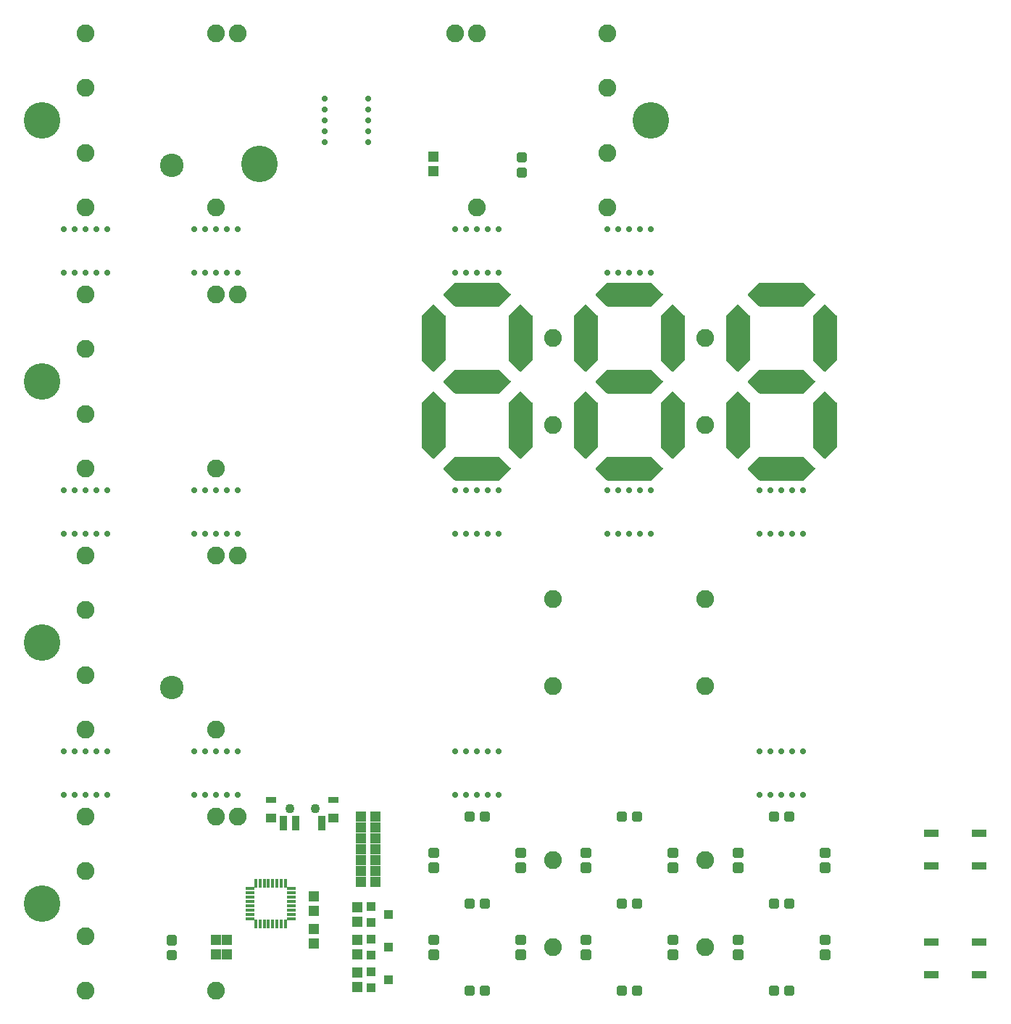
<source format=gts>
G04 EAGLE Gerber RS-274X export*
G75*
%MOMM*%
%FSLAX34Y34*%
%LPD*%
%INSoldermask Top*%
%IPPOS*%
%AMOC8*
5,1,8,0,0,1.08239X$1,22.5*%
G01*
%ADD10C,4.267200*%
%ADD11C,2.743200*%
%ADD12C,0.711200*%
%ADD13R,1.727200X0.965200*%
%ADD14R,0.903200X1.703200*%
%ADD15R,1.203200X0.803200*%
%ADD16R,1.203200X1.003200*%
%ADD17C,1.103200*%
%ADD18C,0.505344*%
%ADD19R,1.103200X1.003200*%
%ADD20R,1.303200X1.203200*%
%ADD21R,1.203200X1.303200*%
%ADD22R,1.117600X0.457200*%
%ADD23R,0.457200X1.117600*%
%ADD24C,2.082800*%

G36*
X508078Y621043D02*
X508078Y621043D01*
X508197Y621046D01*
X508236Y621057D01*
X508276Y621061D01*
X508389Y621102D01*
X508503Y621135D01*
X508538Y621155D01*
X508576Y621169D01*
X508674Y621236D01*
X508777Y621296D01*
X508822Y621336D01*
X508839Y621347D01*
X508852Y621363D01*
X508898Y621403D01*
X521598Y634103D01*
X521658Y634181D01*
X521726Y634253D01*
X521748Y634293D01*
X521764Y634312D01*
X521770Y634325D01*
X521792Y634354D01*
X521832Y634445D01*
X521880Y634531D01*
X521895Y634589D01*
X521899Y634600D01*
X521900Y634602D01*
X521919Y634646D01*
X521934Y634744D01*
X521959Y634839D01*
X521965Y634939D01*
X521969Y634960D01*
X521967Y634972D01*
X521969Y635000D01*
X521969Y685800D01*
X521957Y685898D01*
X521954Y685997D01*
X521937Y686055D01*
X521929Y686116D01*
X521893Y686208D01*
X521865Y686303D01*
X521835Y686355D01*
X521812Y686411D01*
X521754Y686491D01*
X521704Y686577D01*
X521638Y686652D01*
X521626Y686669D01*
X521616Y686676D01*
X521598Y686698D01*
X508898Y699398D01*
X508803Y699471D01*
X508792Y699481D01*
X508790Y699482D01*
X508714Y699549D01*
X508678Y699568D01*
X508646Y699592D01*
X508537Y699640D01*
X508431Y699694D01*
X508392Y699703D01*
X508354Y699719D01*
X508237Y699737D01*
X508121Y699764D01*
X508080Y699762D01*
X508040Y699769D01*
X507922Y699757D01*
X507803Y699754D01*
X507764Y699743D01*
X507724Y699739D01*
X507611Y699699D01*
X507497Y699665D01*
X507463Y699645D01*
X507424Y699631D01*
X507326Y699564D01*
X507223Y699504D01*
X507178Y699464D01*
X507161Y699453D01*
X507148Y699437D01*
X507103Y699398D01*
X494403Y686698D01*
X494342Y686619D01*
X494274Y686547D01*
X494245Y686494D01*
X494208Y686446D01*
X494168Y686355D01*
X494120Y686269D01*
X494105Y686210D01*
X494081Y686154D01*
X494066Y686056D01*
X494041Y685961D01*
X494035Y685861D01*
X494031Y685840D01*
X494033Y685828D01*
X494031Y685800D01*
X494031Y635000D01*
X494043Y634902D01*
X494046Y634803D01*
X494063Y634745D01*
X494071Y634684D01*
X494107Y634592D01*
X494135Y634497D01*
X494156Y634461D01*
X494159Y634453D01*
X494168Y634438D01*
X494188Y634389D01*
X494246Y634309D01*
X494296Y634223D01*
X494325Y634191D01*
X494329Y634184D01*
X494338Y634175D01*
X494362Y634148D01*
X494374Y634131D01*
X494384Y634124D01*
X494403Y634103D01*
X507103Y621403D01*
X507197Y621329D01*
X507286Y621251D01*
X507322Y621232D01*
X507354Y621208D01*
X507463Y621160D01*
X507569Y621106D01*
X507608Y621097D01*
X507646Y621081D01*
X507763Y621063D01*
X507879Y621037D01*
X507920Y621038D01*
X507960Y621031D01*
X508078Y621043D01*
G37*
G36*
X609678Y621043D02*
X609678Y621043D01*
X609797Y621046D01*
X609836Y621057D01*
X609876Y621061D01*
X609989Y621102D01*
X610103Y621135D01*
X610138Y621155D01*
X610176Y621169D01*
X610274Y621236D01*
X610377Y621296D01*
X610422Y621336D01*
X610439Y621347D01*
X610452Y621363D01*
X610498Y621403D01*
X623198Y634103D01*
X623258Y634181D01*
X623326Y634253D01*
X623348Y634293D01*
X623364Y634312D01*
X623370Y634325D01*
X623392Y634354D01*
X623432Y634445D01*
X623480Y634531D01*
X623495Y634589D01*
X623499Y634600D01*
X623500Y634602D01*
X623519Y634646D01*
X623534Y634744D01*
X623559Y634839D01*
X623565Y634939D01*
X623569Y634960D01*
X623567Y634972D01*
X623569Y635000D01*
X623569Y685800D01*
X623557Y685898D01*
X623554Y685997D01*
X623537Y686055D01*
X623529Y686116D01*
X623493Y686208D01*
X623465Y686303D01*
X623435Y686355D01*
X623412Y686411D01*
X623354Y686491D01*
X623304Y686577D01*
X623238Y686652D01*
X623226Y686669D01*
X623216Y686676D01*
X623198Y686698D01*
X610498Y699398D01*
X610403Y699471D01*
X610392Y699481D01*
X610390Y699482D01*
X610314Y699549D01*
X610278Y699568D01*
X610246Y699592D01*
X610137Y699640D01*
X610031Y699694D01*
X609992Y699703D01*
X609954Y699719D01*
X609837Y699737D01*
X609721Y699764D01*
X609680Y699762D01*
X609640Y699769D01*
X609522Y699757D01*
X609403Y699754D01*
X609364Y699743D01*
X609324Y699739D01*
X609211Y699699D01*
X609097Y699665D01*
X609063Y699645D01*
X609024Y699631D01*
X608926Y699564D01*
X608823Y699504D01*
X608778Y699464D01*
X608761Y699453D01*
X608748Y699437D01*
X608703Y699398D01*
X596003Y686698D01*
X595942Y686619D01*
X595874Y686547D01*
X595845Y686494D01*
X595808Y686446D01*
X595768Y686355D01*
X595720Y686269D01*
X595705Y686210D01*
X595681Y686154D01*
X595666Y686056D01*
X595641Y685961D01*
X595635Y685861D01*
X595631Y685840D01*
X595633Y685828D01*
X595631Y685800D01*
X595631Y635000D01*
X595643Y634902D01*
X595646Y634803D01*
X595663Y634745D01*
X595671Y634684D01*
X595707Y634592D01*
X595735Y634497D01*
X595756Y634461D01*
X595759Y634453D01*
X595768Y634438D01*
X595788Y634389D01*
X595846Y634309D01*
X595896Y634223D01*
X595925Y634191D01*
X595929Y634184D01*
X595938Y634175D01*
X595962Y634148D01*
X595974Y634131D01*
X595984Y634124D01*
X596003Y634103D01*
X608703Y621403D01*
X608797Y621329D01*
X608886Y621251D01*
X608922Y621232D01*
X608954Y621208D01*
X609063Y621160D01*
X609169Y621106D01*
X609208Y621097D01*
X609246Y621081D01*
X609363Y621063D01*
X609479Y621037D01*
X609520Y621038D01*
X609560Y621031D01*
X609678Y621043D01*
G37*
G36*
X254078Y621043D02*
X254078Y621043D01*
X254197Y621046D01*
X254236Y621057D01*
X254276Y621061D01*
X254389Y621102D01*
X254503Y621135D01*
X254538Y621155D01*
X254576Y621169D01*
X254674Y621236D01*
X254777Y621296D01*
X254822Y621336D01*
X254839Y621347D01*
X254852Y621363D01*
X254898Y621403D01*
X267598Y634103D01*
X267658Y634181D01*
X267726Y634253D01*
X267748Y634293D01*
X267764Y634312D01*
X267770Y634325D01*
X267792Y634354D01*
X267832Y634445D01*
X267880Y634531D01*
X267895Y634589D01*
X267899Y634600D01*
X267900Y634602D01*
X267919Y634646D01*
X267934Y634744D01*
X267959Y634839D01*
X267965Y634939D01*
X267969Y634960D01*
X267967Y634972D01*
X267969Y635000D01*
X267969Y685800D01*
X267957Y685898D01*
X267954Y685997D01*
X267937Y686055D01*
X267929Y686116D01*
X267893Y686208D01*
X267865Y686303D01*
X267835Y686355D01*
X267812Y686411D01*
X267754Y686491D01*
X267704Y686577D01*
X267638Y686652D01*
X267626Y686669D01*
X267616Y686676D01*
X267598Y686698D01*
X254898Y699398D01*
X254803Y699471D01*
X254792Y699481D01*
X254790Y699482D01*
X254714Y699549D01*
X254678Y699568D01*
X254646Y699592D01*
X254537Y699640D01*
X254431Y699694D01*
X254392Y699703D01*
X254354Y699719D01*
X254237Y699737D01*
X254121Y699764D01*
X254080Y699762D01*
X254040Y699769D01*
X253922Y699757D01*
X253803Y699754D01*
X253764Y699743D01*
X253724Y699739D01*
X253611Y699699D01*
X253497Y699665D01*
X253463Y699645D01*
X253424Y699631D01*
X253326Y699564D01*
X253223Y699504D01*
X253178Y699464D01*
X253161Y699453D01*
X253148Y699437D01*
X253103Y699398D01*
X240403Y686698D01*
X240342Y686619D01*
X240274Y686547D01*
X240245Y686494D01*
X240208Y686446D01*
X240168Y686355D01*
X240120Y686269D01*
X240105Y686210D01*
X240081Y686154D01*
X240066Y686056D01*
X240041Y685961D01*
X240035Y685861D01*
X240031Y685840D01*
X240033Y685828D01*
X240031Y685800D01*
X240031Y635000D01*
X240043Y634902D01*
X240046Y634803D01*
X240063Y634745D01*
X240071Y634684D01*
X240107Y634592D01*
X240135Y634497D01*
X240156Y634461D01*
X240159Y634453D01*
X240168Y634438D01*
X240188Y634389D01*
X240246Y634309D01*
X240296Y634223D01*
X240325Y634191D01*
X240329Y634184D01*
X240338Y634175D01*
X240362Y634148D01*
X240374Y634131D01*
X240384Y634124D01*
X240403Y634103D01*
X253103Y621403D01*
X253197Y621329D01*
X253286Y621251D01*
X253322Y621232D01*
X253354Y621208D01*
X253463Y621160D01*
X253569Y621106D01*
X253608Y621097D01*
X253646Y621081D01*
X253763Y621063D01*
X253879Y621037D01*
X253920Y621038D01*
X253960Y621031D01*
X254078Y621043D01*
G37*
G36*
X431878Y621043D02*
X431878Y621043D01*
X431997Y621046D01*
X432036Y621057D01*
X432076Y621061D01*
X432189Y621102D01*
X432303Y621135D01*
X432338Y621155D01*
X432376Y621169D01*
X432474Y621236D01*
X432577Y621296D01*
X432622Y621336D01*
X432639Y621347D01*
X432652Y621363D01*
X432698Y621403D01*
X445398Y634103D01*
X445458Y634181D01*
X445526Y634253D01*
X445548Y634293D01*
X445564Y634312D01*
X445570Y634325D01*
X445592Y634354D01*
X445632Y634445D01*
X445680Y634531D01*
X445695Y634589D01*
X445699Y634600D01*
X445700Y634602D01*
X445719Y634646D01*
X445734Y634744D01*
X445759Y634839D01*
X445765Y634939D01*
X445769Y634960D01*
X445767Y634972D01*
X445769Y635000D01*
X445769Y685800D01*
X445757Y685898D01*
X445754Y685997D01*
X445737Y686055D01*
X445729Y686116D01*
X445693Y686208D01*
X445665Y686303D01*
X445635Y686355D01*
X445612Y686411D01*
X445554Y686491D01*
X445504Y686577D01*
X445438Y686652D01*
X445426Y686669D01*
X445416Y686676D01*
X445398Y686698D01*
X432698Y699398D01*
X432603Y699471D01*
X432592Y699481D01*
X432590Y699482D01*
X432514Y699549D01*
X432478Y699568D01*
X432446Y699592D01*
X432337Y699640D01*
X432231Y699694D01*
X432192Y699703D01*
X432154Y699719D01*
X432037Y699737D01*
X431921Y699764D01*
X431880Y699762D01*
X431840Y699769D01*
X431722Y699757D01*
X431603Y699754D01*
X431564Y699743D01*
X431524Y699739D01*
X431411Y699699D01*
X431297Y699665D01*
X431263Y699645D01*
X431224Y699631D01*
X431126Y699564D01*
X431023Y699504D01*
X430978Y699464D01*
X430961Y699453D01*
X430948Y699437D01*
X430903Y699398D01*
X418203Y686698D01*
X418142Y686619D01*
X418074Y686547D01*
X418045Y686494D01*
X418008Y686446D01*
X417968Y686355D01*
X417920Y686269D01*
X417905Y686210D01*
X417881Y686154D01*
X417866Y686056D01*
X417841Y685961D01*
X417835Y685861D01*
X417831Y685840D01*
X417833Y685828D01*
X417831Y685800D01*
X417831Y635000D01*
X417843Y634902D01*
X417846Y634803D01*
X417863Y634745D01*
X417871Y634684D01*
X417907Y634592D01*
X417935Y634497D01*
X417956Y634461D01*
X417959Y634453D01*
X417968Y634438D01*
X417988Y634389D01*
X418046Y634309D01*
X418096Y634223D01*
X418125Y634191D01*
X418129Y634184D01*
X418138Y634175D01*
X418162Y634148D01*
X418174Y634131D01*
X418184Y634124D01*
X418203Y634103D01*
X430903Y621403D01*
X430997Y621329D01*
X431086Y621251D01*
X431122Y621232D01*
X431154Y621208D01*
X431263Y621160D01*
X431369Y621106D01*
X431408Y621097D01*
X431446Y621081D01*
X431563Y621063D01*
X431679Y621037D01*
X431720Y621038D01*
X431760Y621031D01*
X431878Y621043D01*
G37*
G36*
X152478Y621043D02*
X152478Y621043D01*
X152597Y621046D01*
X152636Y621057D01*
X152676Y621061D01*
X152789Y621102D01*
X152903Y621135D01*
X152938Y621155D01*
X152976Y621169D01*
X153074Y621236D01*
X153177Y621296D01*
X153222Y621336D01*
X153239Y621347D01*
X153252Y621363D01*
X153298Y621403D01*
X165998Y634103D01*
X166058Y634181D01*
X166126Y634253D01*
X166148Y634293D01*
X166164Y634312D01*
X166170Y634325D01*
X166192Y634354D01*
X166232Y634445D01*
X166280Y634531D01*
X166295Y634589D01*
X166299Y634600D01*
X166300Y634602D01*
X166319Y634646D01*
X166334Y634744D01*
X166359Y634839D01*
X166365Y634939D01*
X166369Y634960D01*
X166367Y634972D01*
X166369Y635000D01*
X166369Y685800D01*
X166357Y685898D01*
X166354Y685997D01*
X166337Y686055D01*
X166329Y686116D01*
X166293Y686208D01*
X166265Y686303D01*
X166235Y686355D01*
X166212Y686411D01*
X166154Y686491D01*
X166104Y686577D01*
X166038Y686652D01*
X166026Y686669D01*
X166016Y686676D01*
X165998Y686698D01*
X153298Y699398D01*
X153203Y699471D01*
X153192Y699481D01*
X153190Y699482D01*
X153114Y699549D01*
X153078Y699568D01*
X153046Y699592D01*
X152937Y699640D01*
X152831Y699694D01*
X152792Y699703D01*
X152754Y699719D01*
X152637Y699737D01*
X152521Y699764D01*
X152480Y699762D01*
X152440Y699769D01*
X152322Y699757D01*
X152203Y699754D01*
X152164Y699743D01*
X152124Y699739D01*
X152011Y699699D01*
X151897Y699665D01*
X151863Y699645D01*
X151824Y699631D01*
X151726Y699564D01*
X151623Y699504D01*
X151578Y699464D01*
X151561Y699453D01*
X151548Y699437D01*
X151503Y699398D01*
X138803Y686698D01*
X138742Y686619D01*
X138674Y686547D01*
X138645Y686494D01*
X138608Y686446D01*
X138568Y686355D01*
X138520Y686269D01*
X138505Y686210D01*
X138481Y686154D01*
X138466Y686056D01*
X138441Y685961D01*
X138435Y685861D01*
X138431Y685840D01*
X138433Y685828D01*
X138431Y685800D01*
X138431Y635000D01*
X138443Y634902D01*
X138446Y634803D01*
X138463Y634745D01*
X138471Y634684D01*
X138507Y634592D01*
X138535Y634497D01*
X138556Y634461D01*
X138559Y634453D01*
X138568Y634438D01*
X138588Y634389D01*
X138646Y634309D01*
X138696Y634223D01*
X138725Y634191D01*
X138729Y634184D01*
X138738Y634175D01*
X138762Y634148D01*
X138774Y634131D01*
X138784Y634124D01*
X138803Y634103D01*
X151503Y621403D01*
X151597Y621329D01*
X151686Y621251D01*
X151722Y621232D01*
X151754Y621208D01*
X151863Y621160D01*
X151969Y621106D01*
X152008Y621097D01*
X152046Y621081D01*
X152163Y621063D01*
X152279Y621037D01*
X152320Y621038D01*
X152360Y621031D01*
X152478Y621043D01*
G37*
G36*
X330278Y621043D02*
X330278Y621043D01*
X330397Y621046D01*
X330436Y621057D01*
X330476Y621061D01*
X330589Y621102D01*
X330703Y621135D01*
X330738Y621155D01*
X330776Y621169D01*
X330874Y621236D01*
X330977Y621296D01*
X331022Y621336D01*
X331039Y621347D01*
X331052Y621363D01*
X331098Y621403D01*
X343798Y634103D01*
X343858Y634181D01*
X343926Y634253D01*
X343948Y634293D01*
X343964Y634312D01*
X343970Y634325D01*
X343992Y634354D01*
X344032Y634445D01*
X344080Y634531D01*
X344095Y634589D01*
X344099Y634600D01*
X344100Y634602D01*
X344119Y634646D01*
X344134Y634744D01*
X344159Y634839D01*
X344165Y634939D01*
X344169Y634960D01*
X344167Y634972D01*
X344169Y635000D01*
X344169Y685800D01*
X344157Y685898D01*
X344154Y685997D01*
X344137Y686055D01*
X344129Y686116D01*
X344093Y686208D01*
X344065Y686303D01*
X344035Y686355D01*
X344012Y686411D01*
X343954Y686491D01*
X343904Y686577D01*
X343838Y686652D01*
X343826Y686669D01*
X343816Y686676D01*
X343798Y686698D01*
X331098Y699398D01*
X331003Y699471D01*
X330992Y699481D01*
X330990Y699482D01*
X330914Y699549D01*
X330878Y699568D01*
X330846Y699592D01*
X330737Y699640D01*
X330631Y699694D01*
X330592Y699703D01*
X330554Y699719D01*
X330437Y699737D01*
X330321Y699764D01*
X330280Y699762D01*
X330240Y699769D01*
X330122Y699757D01*
X330003Y699754D01*
X329964Y699743D01*
X329924Y699739D01*
X329811Y699699D01*
X329697Y699665D01*
X329663Y699645D01*
X329624Y699631D01*
X329526Y699564D01*
X329423Y699504D01*
X329378Y699464D01*
X329361Y699453D01*
X329348Y699437D01*
X329303Y699398D01*
X316603Y686698D01*
X316542Y686619D01*
X316474Y686547D01*
X316445Y686494D01*
X316408Y686446D01*
X316368Y686355D01*
X316320Y686269D01*
X316305Y686210D01*
X316281Y686154D01*
X316266Y686056D01*
X316241Y685961D01*
X316235Y685861D01*
X316231Y685840D01*
X316233Y685828D01*
X316231Y685800D01*
X316231Y635000D01*
X316243Y634902D01*
X316246Y634803D01*
X316263Y634745D01*
X316271Y634684D01*
X316307Y634592D01*
X316335Y634497D01*
X316356Y634461D01*
X316359Y634453D01*
X316368Y634438D01*
X316388Y634389D01*
X316446Y634309D01*
X316496Y634223D01*
X316525Y634191D01*
X316529Y634184D01*
X316538Y634175D01*
X316562Y634148D01*
X316574Y634131D01*
X316584Y634124D01*
X316603Y634103D01*
X329303Y621403D01*
X329397Y621329D01*
X329486Y621251D01*
X329522Y621232D01*
X329554Y621208D01*
X329663Y621160D01*
X329769Y621106D01*
X329808Y621097D01*
X329846Y621081D01*
X329963Y621063D01*
X330079Y621037D01*
X330120Y621038D01*
X330160Y621031D01*
X330278Y621043D01*
G37*
G36*
X254078Y722643D02*
X254078Y722643D01*
X254197Y722646D01*
X254236Y722657D01*
X254276Y722661D01*
X254389Y722702D01*
X254503Y722735D01*
X254538Y722755D01*
X254576Y722769D01*
X254674Y722836D01*
X254777Y722896D01*
X254822Y722936D01*
X254839Y722947D01*
X254852Y722963D01*
X254898Y723003D01*
X267598Y735703D01*
X267658Y735781D01*
X267726Y735853D01*
X267748Y735893D01*
X267764Y735912D01*
X267770Y735925D01*
X267792Y735954D01*
X267832Y736045D01*
X267880Y736131D01*
X267895Y736189D01*
X267899Y736200D01*
X267900Y736202D01*
X267919Y736246D01*
X267934Y736344D01*
X267959Y736439D01*
X267965Y736539D01*
X267969Y736560D01*
X267967Y736572D01*
X267969Y736600D01*
X267969Y787400D01*
X267957Y787498D01*
X267954Y787597D01*
X267937Y787655D01*
X267929Y787716D01*
X267893Y787808D01*
X267865Y787903D01*
X267835Y787955D01*
X267812Y788011D01*
X267754Y788091D01*
X267704Y788177D01*
X267638Y788252D01*
X267626Y788269D01*
X267616Y788276D01*
X267598Y788298D01*
X254898Y800998D01*
X254803Y801071D01*
X254792Y801081D01*
X254790Y801082D01*
X254714Y801149D01*
X254678Y801168D01*
X254646Y801192D01*
X254537Y801240D01*
X254431Y801294D01*
X254392Y801303D01*
X254354Y801319D01*
X254237Y801337D01*
X254121Y801364D01*
X254080Y801362D01*
X254040Y801369D01*
X253922Y801357D01*
X253803Y801354D01*
X253764Y801343D01*
X253724Y801339D01*
X253611Y801299D01*
X253497Y801265D01*
X253463Y801245D01*
X253424Y801231D01*
X253326Y801164D01*
X253223Y801104D01*
X253178Y801064D01*
X253161Y801053D01*
X253148Y801037D01*
X253103Y800998D01*
X240403Y788298D01*
X240342Y788219D01*
X240274Y788147D01*
X240245Y788094D01*
X240208Y788046D01*
X240168Y787955D01*
X240120Y787869D01*
X240105Y787810D01*
X240081Y787754D01*
X240066Y787656D01*
X240041Y787561D01*
X240035Y787461D01*
X240031Y787440D01*
X240033Y787428D01*
X240031Y787400D01*
X240031Y736600D01*
X240043Y736502D01*
X240046Y736403D01*
X240063Y736345D01*
X240071Y736284D01*
X240107Y736192D01*
X240135Y736097D01*
X240156Y736061D01*
X240159Y736053D01*
X240168Y736038D01*
X240188Y735989D01*
X240246Y735909D01*
X240296Y735823D01*
X240325Y735791D01*
X240329Y735784D01*
X240338Y735775D01*
X240362Y735748D01*
X240374Y735731D01*
X240384Y735724D01*
X240403Y735703D01*
X253103Y723003D01*
X253197Y722929D01*
X253286Y722851D01*
X253322Y722832D01*
X253354Y722808D01*
X253463Y722760D01*
X253569Y722706D01*
X253608Y722697D01*
X253646Y722681D01*
X253763Y722663D01*
X253879Y722637D01*
X253920Y722638D01*
X253960Y722631D01*
X254078Y722643D01*
G37*
G36*
X508078Y722643D02*
X508078Y722643D01*
X508197Y722646D01*
X508236Y722657D01*
X508276Y722661D01*
X508389Y722702D01*
X508503Y722735D01*
X508538Y722755D01*
X508576Y722769D01*
X508674Y722836D01*
X508777Y722896D01*
X508822Y722936D01*
X508839Y722947D01*
X508852Y722963D01*
X508898Y723003D01*
X521598Y735703D01*
X521658Y735781D01*
X521726Y735853D01*
X521748Y735893D01*
X521764Y735912D01*
X521770Y735925D01*
X521792Y735954D01*
X521832Y736045D01*
X521880Y736131D01*
X521895Y736189D01*
X521899Y736200D01*
X521900Y736202D01*
X521919Y736246D01*
X521934Y736344D01*
X521959Y736439D01*
X521965Y736539D01*
X521969Y736560D01*
X521967Y736572D01*
X521969Y736600D01*
X521969Y787400D01*
X521957Y787498D01*
X521954Y787597D01*
X521937Y787655D01*
X521929Y787716D01*
X521893Y787808D01*
X521865Y787903D01*
X521835Y787955D01*
X521812Y788011D01*
X521754Y788091D01*
X521704Y788177D01*
X521638Y788252D01*
X521626Y788269D01*
X521616Y788276D01*
X521598Y788298D01*
X508898Y800998D01*
X508803Y801071D01*
X508792Y801081D01*
X508790Y801082D01*
X508714Y801149D01*
X508678Y801168D01*
X508646Y801192D01*
X508537Y801240D01*
X508431Y801294D01*
X508392Y801303D01*
X508354Y801319D01*
X508237Y801337D01*
X508121Y801364D01*
X508080Y801362D01*
X508040Y801369D01*
X507922Y801357D01*
X507803Y801354D01*
X507764Y801343D01*
X507724Y801339D01*
X507611Y801299D01*
X507497Y801265D01*
X507463Y801245D01*
X507424Y801231D01*
X507326Y801164D01*
X507223Y801104D01*
X507178Y801064D01*
X507161Y801053D01*
X507148Y801037D01*
X507103Y800998D01*
X494403Y788298D01*
X494342Y788219D01*
X494274Y788147D01*
X494245Y788094D01*
X494208Y788046D01*
X494168Y787955D01*
X494120Y787869D01*
X494105Y787810D01*
X494081Y787754D01*
X494066Y787656D01*
X494041Y787561D01*
X494035Y787461D01*
X494031Y787440D01*
X494033Y787428D01*
X494031Y787400D01*
X494031Y736600D01*
X494043Y736502D01*
X494046Y736403D01*
X494063Y736345D01*
X494071Y736284D01*
X494107Y736192D01*
X494135Y736097D01*
X494156Y736061D01*
X494159Y736053D01*
X494168Y736038D01*
X494188Y735989D01*
X494246Y735909D01*
X494296Y735823D01*
X494325Y735791D01*
X494329Y735784D01*
X494338Y735775D01*
X494362Y735748D01*
X494374Y735731D01*
X494384Y735724D01*
X494403Y735703D01*
X507103Y723003D01*
X507197Y722929D01*
X507286Y722851D01*
X507322Y722832D01*
X507354Y722808D01*
X507463Y722760D01*
X507569Y722706D01*
X507608Y722697D01*
X507646Y722681D01*
X507763Y722663D01*
X507879Y722637D01*
X507920Y722638D01*
X507960Y722631D01*
X508078Y722643D01*
G37*
G36*
X152478Y722643D02*
X152478Y722643D01*
X152597Y722646D01*
X152636Y722657D01*
X152676Y722661D01*
X152789Y722702D01*
X152903Y722735D01*
X152938Y722755D01*
X152976Y722769D01*
X153074Y722836D01*
X153177Y722896D01*
X153222Y722936D01*
X153239Y722947D01*
X153252Y722963D01*
X153298Y723003D01*
X165998Y735703D01*
X166058Y735781D01*
X166126Y735853D01*
X166148Y735893D01*
X166164Y735912D01*
X166170Y735925D01*
X166192Y735954D01*
X166232Y736045D01*
X166280Y736131D01*
X166295Y736189D01*
X166299Y736200D01*
X166300Y736202D01*
X166319Y736246D01*
X166334Y736344D01*
X166359Y736439D01*
X166365Y736539D01*
X166369Y736560D01*
X166367Y736572D01*
X166369Y736600D01*
X166369Y787400D01*
X166357Y787498D01*
X166354Y787597D01*
X166337Y787655D01*
X166329Y787716D01*
X166293Y787808D01*
X166265Y787903D01*
X166235Y787955D01*
X166212Y788011D01*
X166154Y788091D01*
X166104Y788177D01*
X166038Y788252D01*
X166026Y788269D01*
X166016Y788276D01*
X165998Y788298D01*
X153298Y800998D01*
X153203Y801071D01*
X153192Y801081D01*
X153190Y801082D01*
X153114Y801149D01*
X153078Y801168D01*
X153046Y801192D01*
X152937Y801240D01*
X152831Y801294D01*
X152792Y801303D01*
X152754Y801319D01*
X152637Y801337D01*
X152521Y801364D01*
X152480Y801362D01*
X152440Y801369D01*
X152322Y801357D01*
X152203Y801354D01*
X152164Y801343D01*
X152124Y801339D01*
X152011Y801299D01*
X151897Y801265D01*
X151863Y801245D01*
X151824Y801231D01*
X151726Y801164D01*
X151623Y801104D01*
X151578Y801064D01*
X151561Y801053D01*
X151548Y801037D01*
X151503Y800998D01*
X138803Y788298D01*
X138742Y788219D01*
X138674Y788147D01*
X138645Y788094D01*
X138608Y788046D01*
X138568Y787955D01*
X138520Y787869D01*
X138505Y787810D01*
X138481Y787754D01*
X138466Y787656D01*
X138441Y787561D01*
X138435Y787461D01*
X138431Y787440D01*
X138433Y787428D01*
X138431Y787400D01*
X138431Y736600D01*
X138443Y736502D01*
X138446Y736403D01*
X138463Y736345D01*
X138471Y736284D01*
X138507Y736192D01*
X138535Y736097D01*
X138556Y736061D01*
X138559Y736053D01*
X138568Y736038D01*
X138588Y735989D01*
X138646Y735909D01*
X138696Y735823D01*
X138725Y735791D01*
X138729Y735784D01*
X138738Y735775D01*
X138762Y735748D01*
X138774Y735731D01*
X138784Y735724D01*
X138803Y735703D01*
X151503Y723003D01*
X151597Y722929D01*
X151686Y722851D01*
X151722Y722832D01*
X151754Y722808D01*
X151863Y722760D01*
X151969Y722706D01*
X152008Y722697D01*
X152046Y722681D01*
X152163Y722663D01*
X152279Y722637D01*
X152320Y722638D01*
X152360Y722631D01*
X152478Y722643D01*
G37*
G36*
X609678Y722643D02*
X609678Y722643D01*
X609797Y722646D01*
X609836Y722657D01*
X609876Y722661D01*
X609989Y722702D01*
X610103Y722735D01*
X610138Y722755D01*
X610176Y722769D01*
X610274Y722836D01*
X610377Y722896D01*
X610422Y722936D01*
X610439Y722947D01*
X610452Y722963D01*
X610498Y723003D01*
X623198Y735703D01*
X623258Y735781D01*
X623326Y735853D01*
X623348Y735893D01*
X623364Y735912D01*
X623370Y735925D01*
X623392Y735954D01*
X623432Y736045D01*
X623480Y736131D01*
X623495Y736189D01*
X623499Y736200D01*
X623500Y736202D01*
X623519Y736246D01*
X623534Y736344D01*
X623559Y736439D01*
X623565Y736539D01*
X623569Y736560D01*
X623567Y736572D01*
X623569Y736600D01*
X623569Y787400D01*
X623557Y787498D01*
X623554Y787597D01*
X623537Y787655D01*
X623529Y787716D01*
X623493Y787808D01*
X623465Y787903D01*
X623435Y787955D01*
X623412Y788011D01*
X623354Y788091D01*
X623304Y788177D01*
X623238Y788252D01*
X623226Y788269D01*
X623216Y788276D01*
X623198Y788298D01*
X610498Y800998D01*
X610403Y801071D01*
X610392Y801081D01*
X610390Y801082D01*
X610314Y801149D01*
X610278Y801168D01*
X610246Y801192D01*
X610137Y801240D01*
X610031Y801294D01*
X609992Y801303D01*
X609954Y801319D01*
X609837Y801337D01*
X609721Y801364D01*
X609680Y801362D01*
X609640Y801369D01*
X609522Y801357D01*
X609403Y801354D01*
X609364Y801343D01*
X609324Y801339D01*
X609211Y801299D01*
X609097Y801265D01*
X609063Y801245D01*
X609024Y801231D01*
X608926Y801164D01*
X608823Y801104D01*
X608778Y801064D01*
X608761Y801053D01*
X608748Y801037D01*
X608703Y800998D01*
X596003Y788298D01*
X595942Y788219D01*
X595874Y788147D01*
X595845Y788094D01*
X595808Y788046D01*
X595768Y787955D01*
X595720Y787869D01*
X595705Y787810D01*
X595681Y787754D01*
X595666Y787656D01*
X595641Y787561D01*
X595635Y787461D01*
X595631Y787440D01*
X595633Y787428D01*
X595631Y787400D01*
X595631Y736600D01*
X595643Y736502D01*
X595646Y736403D01*
X595663Y736345D01*
X595671Y736284D01*
X595707Y736192D01*
X595735Y736097D01*
X595756Y736061D01*
X595759Y736053D01*
X595768Y736038D01*
X595788Y735989D01*
X595846Y735909D01*
X595896Y735823D01*
X595925Y735791D01*
X595929Y735784D01*
X595938Y735775D01*
X595962Y735748D01*
X595974Y735731D01*
X595984Y735724D01*
X596003Y735703D01*
X608703Y723003D01*
X608797Y722929D01*
X608886Y722851D01*
X608922Y722832D01*
X608954Y722808D01*
X609063Y722760D01*
X609169Y722706D01*
X609208Y722697D01*
X609246Y722681D01*
X609363Y722663D01*
X609479Y722637D01*
X609520Y722638D01*
X609560Y722631D01*
X609678Y722643D01*
G37*
G36*
X431878Y722643D02*
X431878Y722643D01*
X431997Y722646D01*
X432036Y722657D01*
X432076Y722661D01*
X432189Y722702D01*
X432303Y722735D01*
X432338Y722755D01*
X432376Y722769D01*
X432474Y722836D01*
X432577Y722896D01*
X432622Y722936D01*
X432639Y722947D01*
X432652Y722963D01*
X432698Y723003D01*
X445398Y735703D01*
X445458Y735781D01*
X445526Y735853D01*
X445548Y735893D01*
X445564Y735912D01*
X445570Y735925D01*
X445592Y735954D01*
X445632Y736045D01*
X445680Y736131D01*
X445695Y736189D01*
X445699Y736200D01*
X445700Y736202D01*
X445719Y736246D01*
X445734Y736344D01*
X445759Y736439D01*
X445765Y736539D01*
X445769Y736560D01*
X445767Y736572D01*
X445769Y736600D01*
X445769Y787400D01*
X445757Y787498D01*
X445754Y787597D01*
X445737Y787655D01*
X445729Y787716D01*
X445693Y787808D01*
X445665Y787903D01*
X445635Y787955D01*
X445612Y788011D01*
X445554Y788091D01*
X445504Y788177D01*
X445438Y788252D01*
X445426Y788269D01*
X445416Y788276D01*
X445398Y788298D01*
X432698Y800998D01*
X432603Y801071D01*
X432592Y801081D01*
X432590Y801082D01*
X432514Y801149D01*
X432478Y801168D01*
X432446Y801192D01*
X432337Y801240D01*
X432231Y801294D01*
X432192Y801303D01*
X432154Y801319D01*
X432037Y801337D01*
X431921Y801364D01*
X431880Y801362D01*
X431840Y801369D01*
X431722Y801357D01*
X431603Y801354D01*
X431564Y801343D01*
X431524Y801339D01*
X431411Y801299D01*
X431297Y801265D01*
X431263Y801245D01*
X431224Y801231D01*
X431126Y801164D01*
X431023Y801104D01*
X430978Y801064D01*
X430961Y801053D01*
X430948Y801037D01*
X430903Y800998D01*
X418203Y788298D01*
X418142Y788219D01*
X418074Y788147D01*
X418045Y788094D01*
X418008Y788046D01*
X417968Y787955D01*
X417920Y787869D01*
X417905Y787810D01*
X417881Y787754D01*
X417866Y787656D01*
X417841Y787561D01*
X417835Y787461D01*
X417831Y787440D01*
X417833Y787428D01*
X417831Y787400D01*
X417831Y736600D01*
X417843Y736502D01*
X417846Y736403D01*
X417863Y736345D01*
X417871Y736284D01*
X417907Y736192D01*
X417935Y736097D01*
X417956Y736061D01*
X417959Y736053D01*
X417968Y736038D01*
X417988Y735989D01*
X418046Y735909D01*
X418096Y735823D01*
X418125Y735791D01*
X418129Y735784D01*
X418138Y735775D01*
X418162Y735748D01*
X418174Y735731D01*
X418184Y735724D01*
X418203Y735703D01*
X430903Y723003D01*
X430997Y722929D01*
X431086Y722851D01*
X431122Y722832D01*
X431154Y722808D01*
X431263Y722760D01*
X431369Y722706D01*
X431408Y722697D01*
X431446Y722681D01*
X431563Y722663D01*
X431679Y722637D01*
X431720Y722638D01*
X431760Y722631D01*
X431878Y722643D01*
G37*
G36*
X330278Y722643D02*
X330278Y722643D01*
X330397Y722646D01*
X330436Y722657D01*
X330476Y722661D01*
X330589Y722702D01*
X330703Y722735D01*
X330738Y722755D01*
X330776Y722769D01*
X330874Y722836D01*
X330977Y722896D01*
X331022Y722936D01*
X331039Y722947D01*
X331052Y722963D01*
X331098Y723003D01*
X343798Y735703D01*
X343858Y735781D01*
X343926Y735853D01*
X343948Y735893D01*
X343964Y735912D01*
X343970Y735925D01*
X343992Y735954D01*
X344032Y736045D01*
X344080Y736131D01*
X344095Y736189D01*
X344099Y736200D01*
X344100Y736202D01*
X344119Y736246D01*
X344134Y736344D01*
X344159Y736439D01*
X344165Y736539D01*
X344169Y736560D01*
X344167Y736572D01*
X344169Y736600D01*
X344169Y787400D01*
X344157Y787498D01*
X344154Y787597D01*
X344137Y787655D01*
X344129Y787716D01*
X344093Y787808D01*
X344065Y787903D01*
X344035Y787955D01*
X344012Y788011D01*
X343954Y788091D01*
X343904Y788177D01*
X343838Y788252D01*
X343826Y788269D01*
X343816Y788276D01*
X343798Y788298D01*
X331098Y800998D01*
X331003Y801071D01*
X330992Y801081D01*
X330990Y801082D01*
X330914Y801149D01*
X330878Y801168D01*
X330846Y801192D01*
X330737Y801240D01*
X330631Y801294D01*
X330592Y801303D01*
X330554Y801319D01*
X330437Y801337D01*
X330321Y801364D01*
X330280Y801362D01*
X330240Y801369D01*
X330122Y801357D01*
X330003Y801354D01*
X329964Y801343D01*
X329924Y801339D01*
X329811Y801299D01*
X329697Y801265D01*
X329663Y801245D01*
X329624Y801231D01*
X329526Y801164D01*
X329423Y801104D01*
X329378Y801064D01*
X329361Y801053D01*
X329348Y801037D01*
X329303Y800998D01*
X316603Y788298D01*
X316542Y788219D01*
X316474Y788147D01*
X316445Y788094D01*
X316408Y788046D01*
X316368Y787955D01*
X316320Y787869D01*
X316305Y787810D01*
X316281Y787754D01*
X316266Y787656D01*
X316241Y787561D01*
X316235Y787461D01*
X316231Y787440D01*
X316233Y787428D01*
X316231Y787400D01*
X316231Y736600D01*
X316243Y736502D01*
X316246Y736403D01*
X316263Y736345D01*
X316271Y736284D01*
X316307Y736192D01*
X316335Y736097D01*
X316356Y736061D01*
X316359Y736053D01*
X316368Y736038D01*
X316388Y735989D01*
X316446Y735909D01*
X316496Y735823D01*
X316525Y735791D01*
X316529Y735784D01*
X316538Y735775D01*
X316562Y735748D01*
X316574Y735731D01*
X316584Y735724D01*
X316603Y735703D01*
X329303Y723003D01*
X329397Y722929D01*
X329486Y722851D01*
X329522Y722832D01*
X329554Y722808D01*
X329663Y722760D01*
X329769Y722706D01*
X329808Y722697D01*
X329846Y722681D01*
X329963Y722663D01*
X330079Y722637D01*
X330120Y722638D01*
X330160Y722631D01*
X330278Y722643D01*
G37*
G36*
X406498Y798843D02*
X406498Y798843D01*
X406597Y798846D01*
X406655Y798863D01*
X406716Y798871D01*
X406808Y798907D01*
X406903Y798935D01*
X406955Y798965D01*
X407011Y798988D01*
X407091Y799046D01*
X407177Y799096D01*
X407252Y799162D01*
X407269Y799174D01*
X407276Y799184D01*
X407298Y799203D01*
X419998Y811903D01*
X420071Y811997D01*
X420149Y812086D01*
X420161Y812108D01*
X420164Y812112D01*
X420170Y812125D01*
X420192Y812154D01*
X420240Y812263D01*
X420294Y812369D01*
X420303Y812408D01*
X420319Y812446D01*
X420337Y812563D01*
X420364Y812679D01*
X420362Y812720D01*
X420369Y812760D01*
X420357Y812878D01*
X420354Y812997D01*
X420343Y813036D01*
X420339Y813076D01*
X420299Y813189D01*
X420265Y813303D01*
X420245Y813338D01*
X420231Y813376D01*
X420164Y813474D01*
X420104Y813577D01*
X420064Y813622D01*
X420053Y813639D01*
X420037Y813652D01*
X419998Y813698D01*
X407298Y826398D01*
X407219Y826458D01*
X407147Y826526D01*
X407094Y826555D01*
X407046Y826592D01*
X406955Y826632D01*
X406869Y826680D01*
X406810Y826695D01*
X406754Y826719D01*
X406656Y826734D01*
X406561Y826759D01*
X406461Y826765D01*
X406440Y826769D01*
X406428Y826767D01*
X406400Y826769D01*
X355600Y826769D01*
X355502Y826757D01*
X355403Y826754D01*
X355345Y826737D01*
X355284Y826729D01*
X355192Y826693D01*
X355097Y826665D01*
X355045Y826635D01*
X354989Y826612D01*
X354909Y826554D01*
X354823Y826504D01*
X354748Y826438D01*
X354731Y826426D01*
X354724Y826416D01*
X354721Y826414D01*
X354716Y826411D01*
X354714Y826408D01*
X354703Y826398D01*
X342003Y813698D01*
X341929Y813603D01*
X341851Y813514D01*
X341832Y813478D01*
X341808Y813446D01*
X341760Y813337D01*
X341706Y813231D01*
X341697Y813192D01*
X341681Y813154D01*
X341663Y813037D01*
X341637Y812921D01*
X341638Y812880D01*
X341631Y812840D01*
X341643Y812722D01*
X341646Y812603D01*
X341657Y812564D01*
X341661Y812524D01*
X341702Y812411D01*
X341735Y812297D01*
X341755Y812263D01*
X341769Y812224D01*
X341836Y812126D01*
X341896Y812023D01*
X341925Y811991D01*
X341929Y811984D01*
X341937Y811977D01*
X341947Y811961D01*
X341963Y811948D01*
X342003Y811903D01*
X354703Y799203D01*
X354781Y799142D01*
X354853Y799074D01*
X354906Y799045D01*
X354954Y799008D01*
X355045Y798968D01*
X355131Y798920D01*
X355190Y798905D01*
X355246Y798881D01*
X355344Y798866D01*
X355439Y798841D01*
X355539Y798835D01*
X355560Y798831D01*
X355572Y798833D01*
X355600Y798831D01*
X406400Y798831D01*
X406498Y798843D01*
G37*
G36*
X584298Y798843D02*
X584298Y798843D01*
X584397Y798846D01*
X584455Y798863D01*
X584516Y798871D01*
X584608Y798907D01*
X584703Y798935D01*
X584755Y798965D01*
X584811Y798988D01*
X584891Y799046D01*
X584977Y799096D01*
X585052Y799162D01*
X585069Y799174D01*
X585076Y799184D01*
X585098Y799203D01*
X597798Y811903D01*
X597871Y811997D01*
X597949Y812086D01*
X597961Y812108D01*
X597964Y812112D01*
X597970Y812125D01*
X597992Y812154D01*
X598040Y812263D01*
X598094Y812369D01*
X598103Y812408D01*
X598119Y812446D01*
X598137Y812563D01*
X598164Y812679D01*
X598162Y812720D01*
X598169Y812760D01*
X598157Y812878D01*
X598154Y812997D01*
X598143Y813036D01*
X598139Y813076D01*
X598099Y813189D01*
X598065Y813303D01*
X598045Y813338D01*
X598031Y813376D01*
X597964Y813474D01*
X597904Y813577D01*
X597864Y813622D01*
X597853Y813639D01*
X597837Y813652D01*
X597798Y813698D01*
X585098Y826398D01*
X585019Y826458D01*
X584947Y826526D01*
X584894Y826555D01*
X584846Y826592D01*
X584755Y826632D01*
X584669Y826680D01*
X584610Y826695D01*
X584554Y826719D01*
X584456Y826734D01*
X584361Y826759D01*
X584261Y826765D01*
X584240Y826769D01*
X584228Y826767D01*
X584200Y826769D01*
X533400Y826769D01*
X533302Y826757D01*
X533203Y826754D01*
X533145Y826737D01*
X533084Y826729D01*
X532992Y826693D01*
X532897Y826665D01*
X532845Y826635D01*
X532789Y826612D01*
X532709Y826554D01*
X532623Y826504D01*
X532548Y826438D01*
X532531Y826426D01*
X532524Y826416D01*
X532521Y826414D01*
X532516Y826411D01*
X532514Y826408D01*
X532503Y826398D01*
X519803Y813698D01*
X519729Y813603D01*
X519651Y813514D01*
X519632Y813478D01*
X519608Y813446D01*
X519560Y813337D01*
X519506Y813231D01*
X519497Y813192D01*
X519481Y813154D01*
X519463Y813037D01*
X519437Y812921D01*
X519438Y812880D01*
X519431Y812840D01*
X519443Y812722D01*
X519446Y812603D01*
X519457Y812564D01*
X519461Y812524D01*
X519502Y812411D01*
X519535Y812297D01*
X519555Y812263D01*
X519569Y812224D01*
X519636Y812126D01*
X519696Y812023D01*
X519725Y811991D01*
X519729Y811984D01*
X519737Y811977D01*
X519747Y811961D01*
X519763Y811948D01*
X519803Y811903D01*
X532503Y799203D01*
X532581Y799142D01*
X532653Y799074D01*
X532706Y799045D01*
X532754Y799008D01*
X532845Y798968D01*
X532931Y798920D01*
X532990Y798905D01*
X533046Y798881D01*
X533144Y798866D01*
X533239Y798841D01*
X533339Y798835D01*
X533360Y798831D01*
X533372Y798833D01*
X533400Y798831D01*
X584200Y798831D01*
X584298Y798843D01*
G37*
G36*
X228698Y798843D02*
X228698Y798843D01*
X228797Y798846D01*
X228855Y798863D01*
X228916Y798871D01*
X229008Y798907D01*
X229103Y798935D01*
X229155Y798965D01*
X229211Y798988D01*
X229291Y799046D01*
X229377Y799096D01*
X229452Y799162D01*
X229469Y799174D01*
X229476Y799184D01*
X229498Y799203D01*
X242198Y811903D01*
X242271Y811997D01*
X242349Y812086D01*
X242361Y812108D01*
X242364Y812112D01*
X242370Y812125D01*
X242392Y812154D01*
X242440Y812263D01*
X242494Y812369D01*
X242503Y812408D01*
X242519Y812446D01*
X242537Y812563D01*
X242564Y812679D01*
X242562Y812720D01*
X242569Y812760D01*
X242557Y812878D01*
X242554Y812997D01*
X242543Y813036D01*
X242539Y813076D01*
X242499Y813189D01*
X242465Y813303D01*
X242445Y813338D01*
X242431Y813376D01*
X242364Y813474D01*
X242304Y813577D01*
X242264Y813622D01*
X242253Y813639D01*
X242237Y813652D01*
X242198Y813698D01*
X229498Y826398D01*
X229419Y826458D01*
X229347Y826526D01*
X229294Y826555D01*
X229246Y826592D01*
X229155Y826632D01*
X229069Y826680D01*
X229010Y826695D01*
X228954Y826719D01*
X228856Y826734D01*
X228761Y826759D01*
X228661Y826765D01*
X228640Y826769D01*
X228628Y826767D01*
X228600Y826769D01*
X177800Y826769D01*
X177702Y826757D01*
X177603Y826754D01*
X177545Y826737D01*
X177484Y826729D01*
X177392Y826693D01*
X177297Y826665D01*
X177245Y826635D01*
X177189Y826612D01*
X177109Y826554D01*
X177023Y826504D01*
X176948Y826438D01*
X176931Y826426D01*
X176924Y826416D01*
X176921Y826414D01*
X176916Y826411D01*
X176914Y826408D01*
X176903Y826398D01*
X164203Y813698D01*
X164129Y813603D01*
X164051Y813514D01*
X164032Y813478D01*
X164008Y813446D01*
X163960Y813337D01*
X163906Y813231D01*
X163897Y813192D01*
X163881Y813154D01*
X163863Y813037D01*
X163837Y812921D01*
X163838Y812880D01*
X163831Y812840D01*
X163843Y812722D01*
X163846Y812603D01*
X163857Y812564D01*
X163861Y812524D01*
X163902Y812411D01*
X163935Y812297D01*
X163955Y812263D01*
X163969Y812224D01*
X164036Y812126D01*
X164096Y812023D01*
X164125Y811991D01*
X164129Y811984D01*
X164137Y811977D01*
X164147Y811961D01*
X164163Y811948D01*
X164203Y811903D01*
X176903Y799203D01*
X176981Y799142D01*
X177053Y799074D01*
X177106Y799045D01*
X177154Y799008D01*
X177245Y798968D01*
X177331Y798920D01*
X177390Y798905D01*
X177446Y798881D01*
X177544Y798866D01*
X177639Y798841D01*
X177739Y798835D01*
X177760Y798831D01*
X177772Y798833D01*
X177800Y798831D01*
X228600Y798831D01*
X228698Y798843D01*
G37*
G36*
X584298Y595643D02*
X584298Y595643D01*
X584397Y595646D01*
X584455Y595663D01*
X584516Y595671D01*
X584608Y595707D01*
X584703Y595735D01*
X584755Y595765D01*
X584811Y595788D01*
X584891Y595846D01*
X584977Y595896D01*
X585052Y595962D01*
X585069Y595974D01*
X585076Y595984D01*
X585098Y596003D01*
X597798Y608703D01*
X597871Y608797D01*
X597949Y608886D01*
X597961Y608908D01*
X597964Y608912D01*
X597970Y608925D01*
X597992Y608954D01*
X598040Y609063D01*
X598094Y609169D01*
X598103Y609208D01*
X598119Y609246D01*
X598137Y609363D01*
X598164Y609479D01*
X598162Y609520D01*
X598169Y609560D01*
X598157Y609678D01*
X598154Y609797D01*
X598143Y609836D01*
X598139Y609876D01*
X598099Y609989D01*
X598065Y610103D01*
X598045Y610138D01*
X598031Y610176D01*
X597964Y610274D01*
X597904Y610377D01*
X597864Y610422D01*
X597853Y610439D01*
X597837Y610452D01*
X597798Y610498D01*
X585098Y623198D01*
X585019Y623258D01*
X584947Y623326D01*
X584894Y623355D01*
X584846Y623392D01*
X584755Y623432D01*
X584669Y623480D01*
X584610Y623495D01*
X584554Y623519D01*
X584456Y623534D01*
X584361Y623559D01*
X584261Y623565D01*
X584240Y623569D01*
X584228Y623567D01*
X584200Y623569D01*
X533400Y623569D01*
X533302Y623557D01*
X533203Y623554D01*
X533145Y623537D01*
X533084Y623529D01*
X532992Y623493D01*
X532897Y623465D01*
X532845Y623435D01*
X532789Y623412D01*
X532709Y623354D01*
X532623Y623304D01*
X532548Y623238D01*
X532531Y623226D01*
X532524Y623216D01*
X532521Y623214D01*
X532516Y623211D01*
X532514Y623208D01*
X532503Y623198D01*
X519803Y610498D01*
X519729Y610403D01*
X519651Y610314D01*
X519632Y610278D01*
X519608Y610246D01*
X519560Y610137D01*
X519506Y610031D01*
X519497Y609992D01*
X519481Y609954D01*
X519463Y609837D01*
X519437Y609721D01*
X519438Y609680D01*
X519431Y609640D01*
X519443Y609522D01*
X519446Y609403D01*
X519457Y609364D01*
X519461Y609324D01*
X519502Y609211D01*
X519535Y609097D01*
X519555Y609063D01*
X519569Y609024D01*
X519636Y608926D01*
X519696Y608823D01*
X519725Y608791D01*
X519729Y608784D01*
X519737Y608777D01*
X519747Y608761D01*
X519763Y608748D01*
X519803Y608703D01*
X532503Y596003D01*
X532581Y595942D01*
X532653Y595874D01*
X532706Y595845D01*
X532754Y595808D01*
X532845Y595768D01*
X532931Y595720D01*
X532990Y595705D01*
X533046Y595681D01*
X533144Y595666D01*
X533239Y595641D01*
X533339Y595635D01*
X533360Y595631D01*
X533372Y595633D01*
X533400Y595631D01*
X584200Y595631D01*
X584298Y595643D01*
G37*
G36*
X406498Y595643D02*
X406498Y595643D01*
X406597Y595646D01*
X406655Y595663D01*
X406716Y595671D01*
X406808Y595707D01*
X406903Y595735D01*
X406955Y595765D01*
X407011Y595788D01*
X407091Y595846D01*
X407177Y595896D01*
X407252Y595962D01*
X407269Y595974D01*
X407276Y595984D01*
X407298Y596003D01*
X419998Y608703D01*
X420071Y608797D01*
X420149Y608886D01*
X420161Y608908D01*
X420164Y608912D01*
X420170Y608925D01*
X420192Y608954D01*
X420240Y609063D01*
X420294Y609169D01*
X420303Y609208D01*
X420319Y609246D01*
X420337Y609363D01*
X420364Y609479D01*
X420362Y609520D01*
X420369Y609560D01*
X420357Y609678D01*
X420354Y609797D01*
X420343Y609836D01*
X420339Y609876D01*
X420299Y609989D01*
X420265Y610103D01*
X420245Y610138D01*
X420231Y610176D01*
X420164Y610274D01*
X420104Y610377D01*
X420064Y610422D01*
X420053Y610439D01*
X420037Y610452D01*
X419998Y610498D01*
X407298Y623198D01*
X407219Y623258D01*
X407147Y623326D01*
X407094Y623355D01*
X407046Y623392D01*
X406955Y623432D01*
X406869Y623480D01*
X406810Y623495D01*
X406754Y623519D01*
X406656Y623534D01*
X406561Y623559D01*
X406461Y623565D01*
X406440Y623569D01*
X406428Y623567D01*
X406400Y623569D01*
X355600Y623569D01*
X355502Y623557D01*
X355403Y623554D01*
X355345Y623537D01*
X355284Y623529D01*
X355192Y623493D01*
X355097Y623465D01*
X355045Y623435D01*
X354989Y623412D01*
X354909Y623354D01*
X354823Y623304D01*
X354748Y623238D01*
X354731Y623226D01*
X354724Y623216D01*
X354721Y623214D01*
X354716Y623211D01*
X354714Y623208D01*
X354703Y623198D01*
X342003Y610498D01*
X341929Y610403D01*
X341851Y610314D01*
X341832Y610278D01*
X341808Y610246D01*
X341760Y610137D01*
X341706Y610031D01*
X341697Y609992D01*
X341681Y609954D01*
X341663Y609837D01*
X341637Y609721D01*
X341638Y609680D01*
X341631Y609640D01*
X341643Y609522D01*
X341646Y609403D01*
X341657Y609364D01*
X341661Y609324D01*
X341702Y609211D01*
X341735Y609097D01*
X341755Y609063D01*
X341769Y609024D01*
X341836Y608926D01*
X341896Y608823D01*
X341925Y608791D01*
X341929Y608784D01*
X341937Y608777D01*
X341947Y608761D01*
X341963Y608748D01*
X342003Y608703D01*
X354703Y596003D01*
X354781Y595942D01*
X354853Y595874D01*
X354906Y595845D01*
X354954Y595808D01*
X355045Y595768D01*
X355131Y595720D01*
X355190Y595705D01*
X355246Y595681D01*
X355344Y595666D01*
X355439Y595641D01*
X355539Y595635D01*
X355560Y595631D01*
X355572Y595633D01*
X355600Y595631D01*
X406400Y595631D01*
X406498Y595643D01*
G37*
G36*
X228698Y595643D02*
X228698Y595643D01*
X228797Y595646D01*
X228855Y595663D01*
X228916Y595671D01*
X229008Y595707D01*
X229103Y595735D01*
X229155Y595765D01*
X229211Y595788D01*
X229291Y595846D01*
X229377Y595896D01*
X229452Y595962D01*
X229469Y595974D01*
X229476Y595984D01*
X229498Y596003D01*
X242198Y608703D01*
X242271Y608797D01*
X242349Y608886D01*
X242361Y608908D01*
X242364Y608912D01*
X242370Y608925D01*
X242392Y608954D01*
X242440Y609063D01*
X242494Y609169D01*
X242503Y609208D01*
X242519Y609246D01*
X242537Y609363D01*
X242564Y609479D01*
X242562Y609520D01*
X242569Y609560D01*
X242557Y609678D01*
X242554Y609797D01*
X242543Y609836D01*
X242539Y609876D01*
X242499Y609989D01*
X242465Y610103D01*
X242445Y610138D01*
X242431Y610176D01*
X242364Y610274D01*
X242304Y610377D01*
X242264Y610422D01*
X242253Y610439D01*
X242237Y610452D01*
X242198Y610498D01*
X229498Y623198D01*
X229419Y623258D01*
X229347Y623326D01*
X229294Y623355D01*
X229246Y623392D01*
X229155Y623432D01*
X229069Y623480D01*
X229010Y623495D01*
X228954Y623519D01*
X228856Y623534D01*
X228761Y623559D01*
X228661Y623565D01*
X228640Y623569D01*
X228628Y623567D01*
X228600Y623569D01*
X177800Y623569D01*
X177702Y623557D01*
X177603Y623554D01*
X177545Y623537D01*
X177484Y623529D01*
X177392Y623493D01*
X177297Y623465D01*
X177245Y623435D01*
X177189Y623412D01*
X177109Y623354D01*
X177023Y623304D01*
X176948Y623238D01*
X176931Y623226D01*
X176924Y623216D01*
X176921Y623214D01*
X176916Y623211D01*
X176914Y623208D01*
X176903Y623198D01*
X164203Y610498D01*
X164129Y610403D01*
X164051Y610314D01*
X164032Y610278D01*
X164008Y610246D01*
X163960Y610137D01*
X163906Y610031D01*
X163897Y609992D01*
X163881Y609954D01*
X163863Y609837D01*
X163837Y609721D01*
X163838Y609680D01*
X163831Y609640D01*
X163843Y609522D01*
X163846Y609403D01*
X163857Y609364D01*
X163861Y609324D01*
X163902Y609211D01*
X163935Y609097D01*
X163955Y609063D01*
X163969Y609024D01*
X164036Y608926D01*
X164096Y608823D01*
X164125Y608791D01*
X164129Y608784D01*
X164137Y608777D01*
X164147Y608761D01*
X164163Y608748D01*
X164203Y608703D01*
X176903Y596003D01*
X176981Y595942D01*
X177053Y595874D01*
X177106Y595845D01*
X177154Y595808D01*
X177245Y595768D01*
X177331Y595720D01*
X177390Y595705D01*
X177446Y595681D01*
X177544Y595666D01*
X177639Y595641D01*
X177739Y595635D01*
X177760Y595631D01*
X177772Y595633D01*
X177800Y595631D01*
X228600Y595631D01*
X228698Y595643D01*
G37*
G36*
X584298Y697243D02*
X584298Y697243D01*
X584397Y697246D01*
X584455Y697263D01*
X584516Y697271D01*
X584608Y697307D01*
X584703Y697335D01*
X584755Y697365D01*
X584811Y697388D01*
X584891Y697446D01*
X584977Y697496D01*
X585052Y697562D01*
X585069Y697574D01*
X585076Y697584D01*
X585098Y697603D01*
X597798Y710303D01*
X597871Y710397D01*
X597949Y710486D01*
X597961Y710508D01*
X597964Y710512D01*
X597970Y710525D01*
X597992Y710554D01*
X598040Y710663D01*
X598094Y710769D01*
X598103Y710808D01*
X598119Y710846D01*
X598137Y710963D01*
X598164Y711079D01*
X598162Y711120D01*
X598169Y711160D01*
X598157Y711278D01*
X598154Y711397D01*
X598143Y711436D01*
X598139Y711476D01*
X598099Y711589D01*
X598065Y711703D01*
X598045Y711738D01*
X598031Y711776D01*
X597964Y711874D01*
X597904Y711977D01*
X597864Y712022D01*
X597853Y712039D01*
X597837Y712052D01*
X597798Y712098D01*
X585098Y724798D01*
X585019Y724858D01*
X584947Y724926D01*
X584894Y724955D01*
X584846Y724992D01*
X584755Y725032D01*
X584669Y725080D01*
X584610Y725095D01*
X584554Y725119D01*
X584456Y725134D01*
X584361Y725159D01*
X584261Y725165D01*
X584240Y725169D01*
X584228Y725167D01*
X584200Y725169D01*
X533400Y725169D01*
X533302Y725157D01*
X533203Y725154D01*
X533145Y725137D01*
X533084Y725129D01*
X532992Y725093D01*
X532897Y725065D01*
X532845Y725035D01*
X532789Y725012D01*
X532709Y724954D01*
X532623Y724904D01*
X532548Y724838D01*
X532531Y724826D01*
X532524Y724816D01*
X532521Y724814D01*
X532516Y724811D01*
X532514Y724808D01*
X532503Y724798D01*
X519803Y712098D01*
X519729Y712003D01*
X519651Y711914D01*
X519632Y711878D01*
X519608Y711846D01*
X519560Y711737D01*
X519506Y711631D01*
X519497Y711592D01*
X519481Y711554D01*
X519463Y711437D01*
X519437Y711321D01*
X519438Y711280D01*
X519431Y711240D01*
X519443Y711122D01*
X519446Y711003D01*
X519457Y710964D01*
X519461Y710924D01*
X519502Y710811D01*
X519535Y710697D01*
X519555Y710663D01*
X519569Y710624D01*
X519636Y710526D01*
X519696Y710423D01*
X519725Y710391D01*
X519729Y710384D01*
X519737Y710377D01*
X519747Y710361D01*
X519763Y710348D01*
X519803Y710303D01*
X532503Y697603D01*
X532581Y697542D01*
X532653Y697474D01*
X532706Y697445D01*
X532754Y697408D01*
X532845Y697368D01*
X532931Y697320D01*
X532990Y697305D01*
X533046Y697281D01*
X533144Y697266D01*
X533239Y697241D01*
X533339Y697235D01*
X533360Y697231D01*
X533372Y697233D01*
X533400Y697231D01*
X584200Y697231D01*
X584298Y697243D01*
G37*
G36*
X406498Y697243D02*
X406498Y697243D01*
X406597Y697246D01*
X406655Y697263D01*
X406716Y697271D01*
X406808Y697307D01*
X406903Y697335D01*
X406955Y697365D01*
X407011Y697388D01*
X407091Y697446D01*
X407177Y697496D01*
X407252Y697562D01*
X407269Y697574D01*
X407276Y697584D01*
X407298Y697603D01*
X419998Y710303D01*
X420071Y710397D01*
X420149Y710486D01*
X420161Y710508D01*
X420164Y710512D01*
X420170Y710525D01*
X420192Y710554D01*
X420240Y710663D01*
X420294Y710769D01*
X420303Y710808D01*
X420319Y710846D01*
X420337Y710963D01*
X420364Y711079D01*
X420362Y711120D01*
X420369Y711160D01*
X420357Y711278D01*
X420354Y711397D01*
X420343Y711436D01*
X420339Y711476D01*
X420299Y711589D01*
X420265Y711703D01*
X420245Y711738D01*
X420231Y711776D01*
X420164Y711874D01*
X420104Y711977D01*
X420064Y712022D01*
X420053Y712039D01*
X420037Y712052D01*
X419998Y712098D01*
X407298Y724798D01*
X407219Y724858D01*
X407147Y724926D01*
X407094Y724955D01*
X407046Y724992D01*
X406955Y725032D01*
X406869Y725080D01*
X406810Y725095D01*
X406754Y725119D01*
X406656Y725134D01*
X406561Y725159D01*
X406461Y725165D01*
X406440Y725169D01*
X406428Y725167D01*
X406400Y725169D01*
X355600Y725169D01*
X355502Y725157D01*
X355403Y725154D01*
X355345Y725137D01*
X355284Y725129D01*
X355192Y725093D01*
X355097Y725065D01*
X355045Y725035D01*
X354989Y725012D01*
X354909Y724954D01*
X354823Y724904D01*
X354748Y724838D01*
X354731Y724826D01*
X354724Y724816D01*
X354721Y724814D01*
X354716Y724811D01*
X354714Y724808D01*
X354703Y724798D01*
X342003Y712098D01*
X341929Y712003D01*
X341851Y711914D01*
X341832Y711878D01*
X341808Y711846D01*
X341760Y711737D01*
X341706Y711631D01*
X341697Y711592D01*
X341681Y711554D01*
X341663Y711437D01*
X341637Y711321D01*
X341638Y711280D01*
X341631Y711240D01*
X341643Y711122D01*
X341646Y711003D01*
X341657Y710964D01*
X341661Y710924D01*
X341702Y710811D01*
X341735Y710697D01*
X341755Y710663D01*
X341769Y710624D01*
X341836Y710526D01*
X341896Y710423D01*
X341925Y710391D01*
X341929Y710384D01*
X341937Y710377D01*
X341947Y710361D01*
X341963Y710348D01*
X342003Y710303D01*
X354703Y697603D01*
X354781Y697542D01*
X354853Y697474D01*
X354906Y697445D01*
X354954Y697408D01*
X355045Y697368D01*
X355131Y697320D01*
X355190Y697305D01*
X355246Y697281D01*
X355344Y697266D01*
X355439Y697241D01*
X355539Y697235D01*
X355560Y697231D01*
X355572Y697233D01*
X355600Y697231D01*
X406400Y697231D01*
X406498Y697243D01*
G37*
G36*
X228698Y697243D02*
X228698Y697243D01*
X228797Y697246D01*
X228855Y697263D01*
X228916Y697271D01*
X229008Y697307D01*
X229103Y697335D01*
X229155Y697365D01*
X229211Y697388D01*
X229291Y697446D01*
X229377Y697496D01*
X229452Y697562D01*
X229469Y697574D01*
X229476Y697584D01*
X229498Y697603D01*
X242198Y710303D01*
X242271Y710397D01*
X242349Y710486D01*
X242361Y710508D01*
X242364Y710512D01*
X242370Y710525D01*
X242392Y710554D01*
X242440Y710663D01*
X242494Y710769D01*
X242503Y710808D01*
X242519Y710846D01*
X242537Y710963D01*
X242564Y711079D01*
X242562Y711120D01*
X242569Y711160D01*
X242557Y711278D01*
X242554Y711397D01*
X242543Y711436D01*
X242539Y711476D01*
X242499Y711589D01*
X242465Y711703D01*
X242445Y711738D01*
X242431Y711776D01*
X242364Y711874D01*
X242304Y711977D01*
X242264Y712022D01*
X242253Y712039D01*
X242237Y712052D01*
X242198Y712098D01*
X229498Y724798D01*
X229419Y724858D01*
X229347Y724926D01*
X229294Y724955D01*
X229246Y724992D01*
X229155Y725032D01*
X229069Y725080D01*
X229010Y725095D01*
X228954Y725119D01*
X228856Y725134D01*
X228761Y725159D01*
X228661Y725165D01*
X228640Y725169D01*
X228628Y725167D01*
X228600Y725169D01*
X177800Y725169D01*
X177702Y725157D01*
X177603Y725154D01*
X177545Y725137D01*
X177484Y725129D01*
X177392Y725093D01*
X177297Y725065D01*
X177245Y725035D01*
X177189Y725012D01*
X177109Y724954D01*
X177023Y724904D01*
X176948Y724838D01*
X176931Y724826D01*
X176924Y724816D01*
X176921Y724814D01*
X176916Y724811D01*
X176914Y724808D01*
X176903Y724798D01*
X164203Y712098D01*
X164129Y712003D01*
X164051Y711914D01*
X164032Y711878D01*
X164008Y711846D01*
X163960Y711737D01*
X163906Y711631D01*
X163897Y711592D01*
X163881Y711554D01*
X163863Y711437D01*
X163837Y711321D01*
X163838Y711280D01*
X163831Y711240D01*
X163843Y711122D01*
X163846Y711003D01*
X163857Y710964D01*
X163861Y710924D01*
X163902Y710811D01*
X163935Y710697D01*
X163955Y710663D01*
X163969Y710624D01*
X164036Y710526D01*
X164096Y710423D01*
X164125Y710391D01*
X164129Y710384D01*
X164137Y710377D01*
X164147Y710361D01*
X164163Y710348D01*
X164203Y710303D01*
X176903Y697603D01*
X176981Y697542D01*
X177053Y697474D01*
X177106Y697445D01*
X177154Y697408D01*
X177245Y697368D01*
X177331Y697320D01*
X177390Y697305D01*
X177446Y697281D01*
X177544Y697266D01*
X177639Y697241D01*
X177739Y697235D01*
X177760Y697231D01*
X177772Y697233D01*
X177800Y697231D01*
X228600Y697231D01*
X228698Y697243D01*
G37*
D10*
X-304800Y101600D03*
X-304800Y406400D03*
D11*
X-153670Y354330D03*
D10*
X-304800Y711200D03*
X-304800Y1016000D03*
D11*
X-153670Y963930D03*
D10*
X406400Y1016000D03*
X-50800Y965200D03*
D12*
X-254000Y889000D03*
X-241300Y889000D03*
X-266700Y889000D03*
X-279400Y889000D03*
X-228600Y889000D03*
X-101600Y889000D03*
X-88900Y889000D03*
X-114300Y889000D03*
X-127000Y889000D03*
X-76200Y889000D03*
X-254000Y838200D03*
X-241300Y838200D03*
X-266700Y838200D03*
X-279400Y838200D03*
X-228600Y838200D03*
X-101600Y838200D03*
X-88900Y838200D03*
X-114300Y838200D03*
X-127000Y838200D03*
X-76200Y838200D03*
X203200Y838200D03*
X215900Y838200D03*
X190500Y838200D03*
X177800Y838200D03*
X228600Y838200D03*
X381000Y838200D03*
X393700Y838200D03*
X368300Y838200D03*
X355600Y838200D03*
X406400Y838200D03*
X203200Y889000D03*
X215900Y889000D03*
X190500Y889000D03*
X177800Y889000D03*
X228600Y889000D03*
X381000Y889000D03*
X393700Y889000D03*
X368300Y889000D03*
X355600Y889000D03*
X406400Y889000D03*
X76200Y1016000D03*
X76200Y1028700D03*
X76200Y1003300D03*
X76200Y990600D03*
X76200Y1041400D03*
X25400Y1016000D03*
X25400Y1028700D03*
X25400Y1003300D03*
X25400Y990600D03*
X25400Y1041400D03*
X-254000Y533400D03*
X-241300Y533400D03*
X-266700Y533400D03*
X-279400Y533400D03*
X-228600Y533400D03*
X-254000Y584200D03*
X-241300Y584200D03*
X-266700Y584200D03*
X-279400Y584200D03*
X-228600Y584200D03*
X-101600Y584200D03*
X-88900Y584200D03*
X-114300Y584200D03*
X-127000Y584200D03*
X-76200Y584200D03*
X-101600Y533400D03*
X-88900Y533400D03*
X-114300Y533400D03*
X-127000Y533400D03*
X-76200Y533400D03*
X203200Y584200D03*
X215900Y584200D03*
X190500Y584200D03*
X177800Y584200D03*
X228600Y584200D03*
X381000Y584200D03*
X393700Y584200D03*
X368300Y584200D03*
X355600Y584200D03*
X406400Y584200D03*
X558800Y584200D03*
X571500Y584200D03*
X546100Y584200D03*
X533400Y584200D03*
X584200Y584200D03*
X203200Y533400D03*
X215900Y533400D03*
X190500Y533400D03*
X177800Y533400D03*
X228600Y533400D03*
X381000Y533400D03*
X393700Y533400D03*
X368300Y533400D03*
X355600Y533400D03*
X406400Y533400D03*
X558800Y533400D03*
X571500Y533400D03*
X546100Y533400D03*
X533400Y533400D03*
X584200Y533400D03*
X-254000Y228600D03*
X-241300Y228600D03*
X-266700Y228600D03*
X-279400Y228600D03*
X-228600Y228600D03*
X-254000Y279400D03*
X-241300Y279400D03*
X-266700Y279400D03*
X-279400Y279400D03*
X-228600Y279400D03*
X-101600Y228600D03*
X-88900Y228600D03*
X-114300Y228600D03*
X-127000Y228600D03*
X-76200Y228600D03*
X-101600Y279400D03*
X-88900Y279400D03*
X-114300Y279400D03*
X-127000Y279400D03*
X-76200Y279400D03*
X203200Y228600D03*
X215900Y228600D03*
X190500Y228600D03*
X177800Y228600D03*
X228600Y228600D03*
X203200Y279400D03*
X215900Y279400D03*
X190500Y279400D03*
X177800Y279400D03*
X228600Y279400D03*
X558800Y228600D03*
X571500Y228600D03*
X546100Y228600D03*
X533400Y228600D03*
X584200Y228600D03*
X558800Y279400D03*
X571500Y279400D03*
X546100Y279400D03*
X533400Y279400D03*
X584200Y279400D03*
D13*
X734060Y184150D03*
X789940Y184150D03*
X734060Y146050D03*
X789940Y146050D03*
X734060Y57150D03*
X789940Y57150D03*
X734060Y19050D03*
X789940Y19050D03*
D14*
X-23500Y195400D03*
X-8500Y195400D03*
X21500Y195400D03*
D15*
X-37500Y222900D03*
D16*
X-37500Y201900D03*
D15*
X35500Y222900D03*
D16*
X35500Y201900D03*
D17*
X-16000Y212900D03*
X14000Y212900D03*
D18*
X148910Y157680D02*
X155890Y157680D01*
X148910Y157680D02*
X148910Y164660D01*
X155890Y164660D01*
X155890Y157680D01*
X155890Y162480D02*
X148910Y162480D01*
X148910Y140140D02*
X155890Y140140D01*
X148910Y140140D02*
X148910Y147120D01*
X155890Y147120D01*
X155890Y140140D01*
X155890Y144940D02*
X148910Y144940D01*
X250510Y157680D02*
X257490Y157680D01*
X250510Y157680D02*
X250510Y164660D01*
X257490Y164660D01*
X257490Y157680D01*
X257490Y162480D02*
X250510Y162480D01*
X250510Y140140D02*
X257490Y140140D01*
X250510Y140140D02*
X250510Y147120D01*
X257490Y147120D01*
X257490Y140140D01*
X257490Y144940D02*
X250510Y144940D01*
X155890Y56080D02*
X148910Y56080D01*
X148910Y63060D01*
X155890Y63060D01*
X155890Y56080D01*
X155890Y60880D02*
X148910Y60880D01*
X148910Y38540D02*
X155890Y38540D01*
X148910Y38540D02*
X148910Y45520D01*
X155890Y45520D01*
X155890Y38540D01*
X155890Y43340D02*
X148910Y43340D01*
X250510Y56080D02*
X257490Y56080D01*
X250510Y56080D02*
X250510Y63060D01*
X257490Y63060D01*
X257490Y56080D01*
X257490Y60880D02*
X250510Y60880D01*
X250510Y38540D02*
X257490Y38540D01*
X250510Y38540D02*
X250510Y45520D01*
X257490Y45520D01*
X257490Y38540D01*
X257490Y43340D02*
X250510Y43340D01*
X208480Y199710D02*
X208480Y206690D01*
X215460Y206690D01*
X215460Y199710D01*
X208480Y199710D01*
X208480Y204510D02*
X215460Y204510D01*
X190940Y206690D02*
X190940Y199710D01*
X190940Y206690D02*
X197920Y206690D01*
X197920Y199710D01*
X190940Y199710D01*
X190940Y204510D02*
X197920Y204510D01*
X208480Y105090D02*
X208480Y98110D01*
X208480Y105090D02*
X215460Y105090D01*
X215460Y98110D01*
X208480Y98110D01*
X208480Y102910D02*
X215460Y102910D01*
X190940Y105090D02*
X190940Y98110D01*
X190940Y105090D02*
X197920Y105090D01*
X197920Y98110D01*
X190940Y98110D01*
X190940Y102910D02*
X197920Y102910D01*
X208480Y3490D02*
X208480Y-3490D01*
X208480Y3490D02*
X215460Y3490D01*
X215460Y-3490D01*
X208480Y-3490D01*
X208480Y1310D02*
X215460Y1310D01*
X190940Y3490D02*
X190940Y-3490D01*
X190940Y3490D02*
X197920Y3490D01*
X197920Y-3490D01*
X190940Y-3490D01*
X190940Y1310D02*
X197920Y1310D01*
X-150010Y55480D02*
X-156990Y55480D01*
X-156990Y62460D01*
X-150010Y62460D01*
X-150010Y55480D01*
X-150010Y60280D02*
X-156990Y60280D01*
X-156990Y37940D02*
X-150010Y37940D01*
X-156990Y37940D02*
X-156990Y44920D01*
X-150010Y44920D01*
X-150010Y37940D01*
X-150010Y42740D02*
X-156990Y42740D01*
X326710Y157680D02*
X333690Y157680D01*
X326710Y157680D02*
X326710Y164660D01*
X333690Y164660D01*
X333690Y157680D01*
X333690Y162480D02*
X326710Y162480D01*
X326710Y140140D02*
X333690Y140140D01*
X326710Y140140D02*
X326710Y147120D01*
X333690Y147120D01*
X333690Y140140D01*
X333690Y144940D02*
X326710Y144940D01*
X428310Y157680D02*
X435290Y157680D01*
X428310Y157680D02*
X428310Y164660D01*
X435290Y164660D01*
X435290Y157680D01*
X435290Y162480D02*
X428310Y162480D01*
X428310Y140140D02*
X435290Y140140D01*
X428310Y140140D02*
X428310Y147120D01*
X435290Y147120D01*
X435290Y140140D01*
X435290Y144940D02*
X428310Y144940D01*
X333690Y56080D02*
X326710Y56080D01*
X326710Y63060D01*
X333690Y63060D01*
X333690Y56080D01*
X333690Y60880D02*
X326710Y60880D01*
X326710Y38540D02*
X333690Y38540D01*
X326710Y38540D02*
X326710Y45520D01*
X333690Y45520D01*
X333690Y38540D01*
X333690Y43340D02*
X326710Y43340D01*
X428310Y56080D02*
X435290Y56080D01*
X428310Y56080D02*
X428310Y63060D01*
X435290Y63060D01*
X435290Y56080D01*
X435290Y60880D02*
X428310Y60880D01*
X428310Y38540D02*
X435290Y38540D01*
X428310Y38540D02*
X428310Y45520D01*
X435290Y45520D01*
X435290Y38540D01*
X435290Y43340D02*
X428310Y43340D01*
X386280Y199710D02*
X386280Y206690D01*
X393260Y206690D01*
X393260Y199710D01*
X386280Y199710D01*
X386280Y204510D02*
X393260Y204510D01*
X368740Y206690D02*
X368740Y199710D01*
X368740Y206690D02*
X375720Y206690D01*
X375720Y199710D01*
X368740Y199710D01*
X368740Y204510D02*
X375720Y204510D01*
X386280Y105090D02*
X386280Y98110D01*
X386280Y105090D02*
X393260Y105090D01*
X393260Y98110D01*
X386280Y98110D01*
X386280Y102910D02*
X393260Y102910D01*
X368740Y105090D02*
X368740Y98110D01*
X368740Y105090D02*
X375720Y105090D01*
X375720Y98110D01*
X368740Y98110D01*
X368740Y102910D02*
X375720Y102910D01*
X386280Y3490D02*
X386280Y-3490D01*
X386280Y3490D02*
X393260Y3490D01*
X393260Y-3490D01*
X386280Y-3490D01*
X386280Y1310D02*
X393260Y1310D01*
X368740Y3490D02*
X368740Y-3490D01*
X368740Y3490D02*
X375720Y3490D01*
X375720Y-3490D01*
X368740Y-3490D01*
X368740Y1310D02*
X375720Y1310D01*
X504510Y157680D02*
X511490Y157680D01*
X504510Y157680D02*
X504510Y164660D01*
X511490Y164660D01*
X511490Y157680D01*
X511490Y162480D02*
X504510Y162480D01*
X504510Y140140D02*
X511490Y140140D01*
X504510Y140140D02*
X504510Y147120D01*
X511490Y147120D01*
X511490Y140140D01*
X511490Y144940D02*
X504510Y144940D01*
X606110Y157680D02*
X613090Y157680D01*
X606110Y157680D02*
X606110Y164660D01*
X613090Y164660D01*
X613090Y157680D01*
X613090Y162480D02*
X606110Y162480D01*
X606110Y140140D02*
X613090Y140140D01*
X606110Y140140D02*
X606110Y147120D01*
X613090Y147120D01*
X613090Y140140D01*
X613090Y144940D02*
X606110Y144940D01*
X511490Y56080D02*
X504510Y56080D01*
X504510Y63060D01*
X511490Y63060D01*
X511490Y56080D01*
X511490Y60880D02*
X504510Y60880D01*
X504510Y38540D02*
X511490Y38540D01*
X504510Y38540D02*
X504510Y45520D01*
X511490Y45520D01*
X511490Y38540D01*
X511490Y43340D02*
X504510Y43340D01*
X606110Y56080D02*
X613090Y56080D01*
X606110Y56080D02*
X606110Y63060D01*
X613090Y63060D01*
X613090Y56080D01*
X613090Y60880D02*
X606110Y60880D01*
X606110Y38540D02*
X613090Y38540D01*
X606110Y38540D02*
X606110Y45520D01*
X613090Y45520D01*
X613090Y38540D01*
X613090Y43340D02*
X606110Y43340D01*
X564080Y199710D02*
X564080Y206690D01*
X571060Y206690D01*
X571060Y199710D01*
X564080Y199710D01*
X564080Y204510D02*
X571060Y204510D01*
X546540Y206690D02*
X546540Y199710D01*
X546540Y206690D02*
X553520Y206690D01*
X553520Y199710D01*
X546540Y199710D01*
X546540Y204510D02*
X553520Y204510D01*
X564080Y105090D02*
X564080Y98110D01*
X564080Y105090D02*
X571060Y105090D01*
X571060Y98110D01*
X564080Y98110D01*
X564080Y102910D02*
X571060Y102910D01*
X546540Y105090D02*
X546540Y98110D01*
X546540Y105090D02*
X553520Y105090D01*
X553520Y98110D01*
X546540Y98110D01*
X546540Y102910D02*
X553520Y102910D01*
X564080Y3490D02*
X564080Y-3490D01*
X564080Y3490D02*
X571060Y3490D01*
X571060Y-3490D01*
X564080Y-3490D01*
X564080Y1310D02*
X571060Y1310D01*
X546540Y3490D02*
X546540Y-3490D01*
X546540Y3490D02*
X553520Y3490D01*
X553520Y-3490D01*
X546540Y-3490D01*
X546540Y1310D02*
X553520Y1310D01*
D19*
X78900Y60300D03*
X78900Y41300D03*
X99900Y50800D03*
X78900Y22200D03*
X78900Y3200D03*
X99900Y12700D03*
X78900Y98400D03*
X78900Y79400D03*
X99900Y88900D03*
D20*
X67700Y203200D03*
X84700Y203200D03*
X67700Y190500D03*
X84700Y190500D03*
X67700Y177800D03*
X84700Y177800D03*
X67700Y165100D03*
X84700Y165100D03*
X67700Y152400D03*
X84700Y152400D03*
X67700Y139700D03*
X84700Y139700D03*
X67700Y127000D03*
X84700Y127000D03*
D21*
X63500Y42300D03*
X63500Y59300D03*
X63500Y4200D03*
X63500Y21200D03*
X63500Y80400D03*
X63500Y97400D03*
X-101600Y59300D03*
X-101600Y42300D03*
X-88900Y42300D03*
X-88900Y59300D03*
D22*
X-62103Y119100D03*
X-62103Y114100D03*
X-62103Y109100D03*
X-62103Y104100D03*
X-62103Y99100D03*
X-62103Y94100D03*
X-62103Y89100D03*
X-62103Y84100D03*
D23*
X-55600Y77597D03*
X-50600Y77597D03*
X-45600Y77597D03*
X-40600Y77597D03*
X-35600Y77597D03*
X-30600Y77597D03*
X-25600Y77597D03*
X-20600Y77597D03*
D22*
X-14097Y84100D03*
X-14097Y89100D03*
X-14097Y94100D03*
X-14097Y99100D03*
X-14097Y104100D03*
X-14097Y109100D03*
X-14097Y114100D03*
X-14097Y119100D03*
D23*
X-20600Y125603D03*
X-25600Y125603D03*
X-30600Y125603D03*
X-35600Y125603D03*
X-40600Y125603D03*
X-45600Y125603D03*
X-50600Y125603D03*
X-55600Y125603D03*
D21*
X12700Y93100D03*
X12700Y110100D03*
X12700Y55000D03*
X12700Y72000D03*
D24*
X-101600Y203200D03*
X-76200Y203200D03*
X469900Y152400D03*
X469900Y50800D03*
X292100Y152400D03*
X292100Y50800D03*
X-254000Y0D03*
X-254000Y203200D03*
X-254000Y139700D03*
X-254000Y63500D03*
X-101600Y0D03*
X203200Y1117600D03*
X177800Y1117600D03*
D21*
X152400Y956700D03*
X152400Y973700D03*
D18*
X251780Y958650D02*
X258760Y958650D01*
X258760Y951670D01*
X251780Y951670D01*
X251780Y958650D01*
X251780Y956470D02*
X258760Y956470D01*
X258760Y976190D02*
X251780Y976190D01*
X258760Y976190D02*
X258760Y969210D01*
X251780Y969210D01*
X251780Y976190D01*
X251780Y974010D02*
X258760Y974010D01*
D24*
X-101600Y304800D03*
X-76200Y508000D03*
X-101600Y508000D03*
X-254000Y304800D03*
X-254000Y508000D03*
X-254000Y444500D03*
X-254000Y368300D03*
X469900Y355600D03*
X469900Y457200D03*
X292100Y457200D03*
X292100Y355600D03*
X-254000Y609600D03*
X-254000Y812800D03*
X-254000Y749300D03*
X-254000Y673100D03*
X-76200Y812800D03*
X-101600Y812800D03*
X-101600Y609600D03*
X469900Y660400D03*
X469900Y762000D03*
X292100Y762000D03*
X292100Y660400D03*
X-254000Y914400D03*
X-254000Y1117600D03*
X-254000Y1054100D03*
X-254000Y977900D03*
X-76200Y1117600D03*
X-101600Y1117600D03*
X-101600Y914400D03*
X355600Y914400D03*
X355600Y1117600D03*
X355600Y1054100D03*
X355600Y977900D03*
X203200Y914400D03*
M02*

</source>
